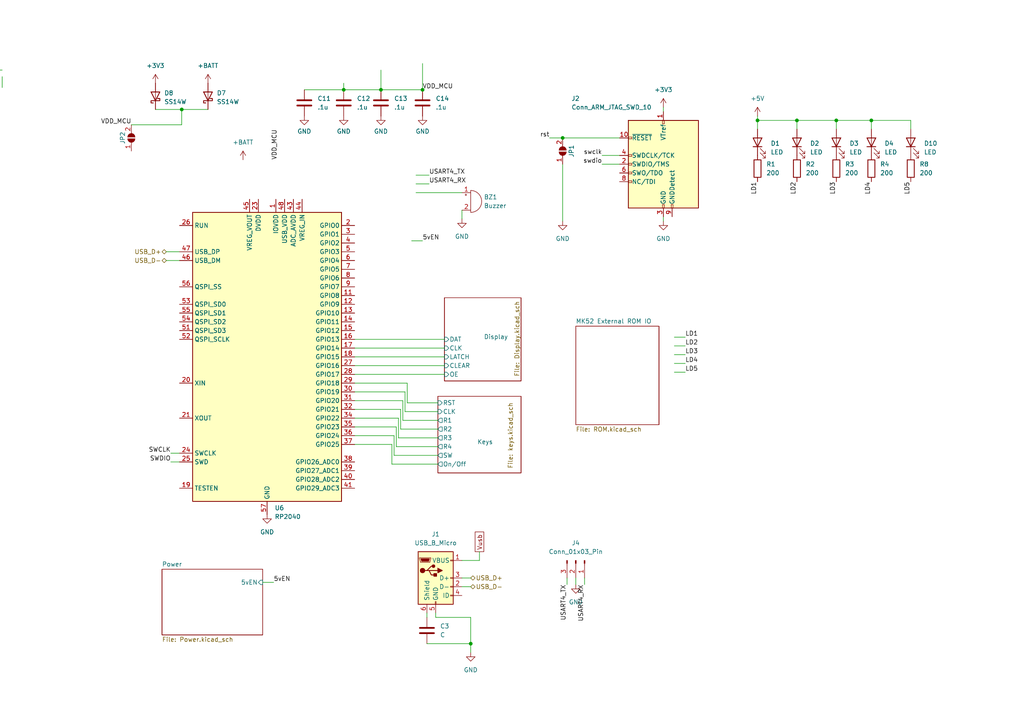
<source format=kicad_sch>
(kicad_sch (version 20230121) (generator eeschema)
  (paper "A4")
  (lib_symbols
    (symbol "Connector:Conn_01x03_Pin" (pin_names (offset 1.016) hide)
      (property "Reference" "J" (at 0 5.08 0))
      (property "Value" "Conn_01x03_Pin" (at 0 -5.08 0))
      (symbol "Conn_01x03_Pin_1_1"
        (polyline (pts (xy 1.27 -2.54) (xy 0.8636 -2.54)) (stroke (width 0.1524)))
        (polyline (pts (xy 1.27 0) (xy 0.8636 0)) (stroke (width 0.1524)))
        (polyline (pts (xy 1.27 2.54) (xy 0.8636 2.54)) (stroke (width 0.1524)))
        (rectangle (start 0.8636 -2.413) (end 0 -2.667) (stroke (width 0.1524)) (fill (type outline)))
        (rectangle (start 0.8636 0.127) (end 0 -0.127) (stroke (width 0.1524)) (fill (type outline)))
        (rectangle (start 0.8636 2.667) (end 0 2.413) (stroke (width 0.1524)) (fill (type outline)))
        (pin passive line (at 5.08 2.54 180) (length 3.81) (name "Pin_1") (number "1"))
        (pin passive line (at 5.08 0 180) (length 3.81) (name "Pin_2") (number "2"))
        (pin passive line (at 5.08 -2.54 180) (length 3.81) (name "Pin_3") (number "3"))
      )
    )
    (symbol "Connector:Conn_ARM_JTAG_SWD_10" (pin_names (offset 1.016))
      (property "Reference" "J" (at -2.54 16.51 0))
      (property "Value" "Conn_ARM_JTAG_SWD_10" (at -2.54 13.97 0))
      (symbol "Conn_ARM_JTAG_SWD_10_0_1"
        (rectangle (start -10.16 12.7) (end 10.16 -12.7) (stroke (width 0.254)) (fill (type background)))
        (rectangle (start -2.794 -12.7) (end -2.286 -11.684))
        (rectangle (start -0.254 -12.7) (end 0.254 -11.684))
        (rectangle (start -0.254 12.7) (end 0.254 11.684))
        (rectangle (start 9.144 2.286) (end 10.16 2.794))
        (rectangle (start 10.16 -2.794) (end 9.144 -2.286))
        (rectangle (start 10.16 -0.254) (end 9.144 0.254))
        (rectangle (start 10.16 7.874) (end 9.144 7.366))
      )
      (symbol "Conn_ARM_JTAG_SWD_10_1_1"
        (rectangle (start 9.144 -5.334) (end 10.16 -4.826))
        (pin power_in line (at 0 15.24 270) (length 2.54) (name "VTref") (number "1"))
        (pin open_collector line (at 12.7 7.62 180) (length 2.54) (name "~{RESET}") (number "10"))
        (pin bidirectional line (at 12.7 0 180) (length 2.54) (name "SWDIO/TMS") (number "2"))
        (pin power_in line (at 0 -15.24 90) (length 2.54) (name "GND") (number "3"))
        (pin output line (at 12.7 2.54 180) (length 2.54) (name "SWDCLK/TCK") (number "4"))
        (pin passive line (at 0 -15.24 90) (length 2.54) hide (name "GND") (number "5"))
        (pin input line (at 12.7 -2.54 180) (length 2.54) (name "SWO/TDO") (number "6"))
        (pin no_connect line (at -10.16 0 0) (length 2.54) hide (name "KEY") (number "7"))
        (pin output line (at 12.7 -5.08 180) (length 2.54) (name "NC/TDI") (number "8"))
        (pin passive line (at -2.54 -15.24 90) (length 2.54) (name "GNDDetect") (number "9"))
      )
    )
    (symbol "Connector:USB_B_Micro" (pin_names (offset 1.016))
      (property "Reference" "J" (at -5.08 11.43 0))
      (property "Value" "USB_B_Micro" (at -5.08 8.89 0))
      (symbol "USB_B_Micro_0_1"
        (rectangle (start -5.08 -7.62) (end 5.08 7.62) (stroke (width 0.254)) (fill (type background)))
        (circle (center -3.81 2.159) (radius 0.635) (stroke (width 0.254)) (fill (type outline)))
        (circle (center -0.635 3.429) (radius 0.381) (stroke (width 0.254)) (fill (type outline)))
        (rectangle (start -0.127 -7.62) (end 0.127 -6.858))
        (polyline (pts (xy -1.905 2.159) (xy 0.635 2.159)) (stroke (width 0.254)))
        (polyline (pts (xy -3.175 2.159) (xy -2.54 2.159) (xy -1.27 3.429) (xy -0.635 3.429)) (stroke (width 0.254)))
        (polyline (pts (xy -2.54 2.159) (xy -1.905 2.159) (xy -1.27 0.889) (xy 0 0.889)) (stroke (width 0.254)))
        (polyline (pts (xy 0.635 2.794) (xy 0.635 1.524) (xy 1.905 2.159) (xy 0.635 2.794)) (stroke (width 0.254)) (fill (type outline)))
        (polyline (pts (xy -4.318 5.588) (xy -1.778 5.588) (xy -2.032 4.826) (xy -4.064 4.826) (xy -4.318 5.588)) (fill (type outline)))
        (polyline (pts (xy -4.699 5.842) (xy -4.699 5.588) (xy -4.445 4.826) (xy -4.445 4.572) (xy -1.651 4.572) (xy -1.651 4.826) (xy -1.397 5.588) (xy -1.397 5.842) (xy -4.699 5.842)))
        (rectangle (start 0.254 1.27) (end -0.508 0.508) (stroke (width 0.254)) (fill (type outline)))
        (rectangle (start 5.08 -5.207) (end 4.318 -4.953))
        (rectangle (start 5.08 -2.667) (end 4.318 -2.413))
        (rectangle (start 5.08 -0.127) (end 4.318 0.127))
        (rectangle (start 5.08 4.953) (end 4.318 5.207))
      )
      (symbol "USB_B_Micro_1_1"
        (pin power_out line (at 7.62 5.08 180) (length 2.54) (name "VBUS") (number "1"))
        (pin bidirectional line (at 7.62 -2.54 180) (length 2.54) (name "D-") (number "2"))
        (pin bidirectional line (at 7.62 0 180) (length 2.54) (name "D+") (number "3"))
        (pin passive line (at 7.62 -5.08 180) (length 2.54) (name "ID") (number "4"))
        (pin power_out line (at 0 -10.16 90) (length 2.54) (name "GND") (number "5"))
        (pin passive line (at -2.54 -10.16 90) (length 2.54) (name "Shield") (number "6"))
      )
    )
    (symbol "Device:Buzzer" (pin_names (offset 0.0254) hide)
      (property "Reference" "BZ" (at 3.81 1.27 0))
      (property "Value" "Buzzer" (at 3.81 -1.27 0))
      (symbol "Buzzer_0_1"
        (arc (start 0 -3.175) (mid 3.1612 0) (end 0 3.175))
        (polyline (pts (xy -1.651 1.905) (xy -1.143 1.905)))
        (polyline (pts (xy -1.397 2.159) (xy -1.397 1.651)))
        (polyline (pts (xy 0 3.175) (xy 0 -3.175)))
      )
      (symbol "Buzzer_1_1"
        (pin passive line (at -2.54 2.54 0) (length 2.54) (name "-") (number "1"))
        (pin passive line (at -2.54 -2.54 0) (length 2.54) (name "+") (number "2"))
      )
    )
    (symbol "Device:C" (pin_numbers hide) (pin_names (offset 0.254))
      (property "Reference" "C" (at 0.635 2.54 0))
      (property "Value" "C" (at 0.635 -2.54 0))
      (symbol "C_0_1"
        (polyline (pts (xy -2.032 -0.762) (xy 2.032 -0.762)) (stroke (width 0.508)))
        (polyline (pts (xy -2.032 0.762) (xy 2.032 0.762)) (stroke (width 0.508)))
      )
      (symbol "C_1_1"
        (pin passive line (at 0 3.81 270) (length 2.794) (name "~") (number "1"))
        (pin passive line (at 0 -3.81 90) (length 2.794) (name "~") (number "2"))
      )
    )
    (symbol "Device:D_Schottky" (pin_numbers hide) (pin_names (offset 1.016) hide)
      (property "Reference" "D" (at 0 2.54 0))
      (property "Value" "D_Schottky" (at 0 -2.54 0))
      (symbol "D_Schottky_0_1"
        (polyline (pts (xy 1.27 0) (xy -1.27 0)))
        (polyline (pts (xy 1.27 1.27) (xy 1.27 -1.27) (xy -1.27 0) (xy 1.27 1.27)) (stroke (width 0.254)))
        (polyline (pts (xy -1.905 0.635) (xy -1.905 1.27) (xy -1.27 1.27) (xy -1.27 -1.27) (xy -0.635 -1.27) (xy -0.635 -0.635)) (stroke (width 0.254)))
      )
      (symbol "D_Schottky_1_1"
        (pin passive line (at -3.81 0 0) (length 2.54) (name "K") (number "1"))
        (pin passive line (at 3.81 0 180) (length 2.54) (name "A") (number "2"))
      )
    )
    (symbol "Device:LED" (pin_numbers hide) (pin_names (offset 1.016) hide)
      (property "Reference" "D" (at 0 2.54 0))
      (property "Value" "LED" (at 0 -2.54 0))
      (symbol "LED_0_1"
        (polyline (pts (xy -1.27 -1.27) (xy -1.27 1.27)) (stroke (width 0.254)))
        (polyline (pts (xy -1.27 0) (xy 1.27 0)))
        (polyline (pts (xy 1.27 -1.27) (xy 1.27 1.27) (xy -1.27 0) (xy 1.27 -1.27)) (stroke (width 0.254)))
        (polyline (pts (xy -3.048 -0.762) (xy -4.572 -2.286) (xy -3.81 -2.286) (xy -4.572 -2.286) (xy -4.572 -1.524)))
        (polyline (pts (xy -1.778 -0.762) (xy -3.302 -2.286) (xy -2.54 -2.286) (xy -3.302 -2.286) (xy -3.302 -1.524)))
      )
      (symbol "LED_1_1"
        (pin passive line (at -3.81 0 0) (length 2.54) (name "K") (number "1"))
        (pin passive line (at 3.81 0 180) (length 2.54) (name "A") (number "2"))
      )
    )
    (symbol "Device:R" (pin_numbers hide) (pin_names (offset 0))
      (property "Reference" "R" (at 2.032 0 90))
      (property "Value" "R" (at 0 0 90))
      (symbol "R_0_1"
        (rectangle (start -1.016 -2.54) (end 1.016 2.54) (stroke (width 0.254)))
      )
      (symbol "R_1_1"
        (pin passive line (at 0 3.81 270) (length 1.27) (name "~") (number "1"))
        (pin passive line (at 0 -3.81 90) (length 1.27) (name "~") (number "2"))
      )
    )
    (symbol "GND_3" (power) (pin_names (offset 0))
      (property "Value" "GND_3" (at 0 -3.81 0))
      (symbol "GND_3_0_1"
        (polyline (pts (xy 0 0) (xy 0 -1.27) (xy 1.27 -1.27) (xy 0 -2.54) (xy -1.27 -1.27) (xy 0 -1.27)))
      )
      (symbol "GND_3_1_1"
        (pin power_in line (at 0 0 270) (length 0) hide (name "GND") (number "1"))
      )
    )
    (symbol "Jumper:SolderJumper_2_Open" (pin_names (offset 0) hide)
      (property "Reference" "JP" (at 0 2.032 0))
      (property "Value" "SolderJumper_2_Open" (at 0 -2.54 0))
      (symbol "SolderJumper_2_Open_0_1"
        (arc (start -0.254 1.016) (mid -1.2656 0) (end -0.254 -1.016))
        (arc (start -0.254 1.016) (mid -1.2656 0) (end -0.254 -1.016) (fill (type outline)))
        (polyline (pts (xy -0.254 1.016) (xy -0.254 -1.016)))
        (polyline (pts (xy 0.254 1.016) (xy 0.254 -1.016)))
        (arc (start 0.254 -1.016) (mid 1.2656 0) (end 0.254 1.016))
        (arc (start 0.254 -1.016) (mid 1.2656 0) (end 0.254 1.016) (fill (type outline)))
      )
      (symbol "SolderJumper_2_Open_1_1"
        (pin passive line (at -3.81 0 0) (length 2.54) (name "A") (number "1"))
        (pin passive line (at 3.81 0 180) (length 2.54) (name "B") (number "2"))
      )
    )
    (symbol "MCU_RaspberryPi:RP2040"
      (property "Reference" "U" (at 17.78 45.72 0))
      (property "Value" "RP2040" (at 17.78 43.18 0))
      (symbol "RP2040_0_1"
        (rectangle (start -21.59 41.91) (end 21.59 -41.91) (stroke (width 0.254)) (fill (type background)))
      )
      (symbol "RP2040_1_1"
        (pin power_in line (at 2.54 45.72 270) (length 3.81) (name "IOVDD") (number "1"))
        (pin passive line (at 2.54 45.72 270) (length 3.81) hide (name "IOVDD") (number "10"))
        (pin bidirectional line (at 25.4 17.78 180) (length 3.81) (name "GPIO8") (number "11"))
        (pin bidirectional line (at 25.4 15.24 180) (length 3.81) (name "GPIO9") (number "12"))
        (pin bidirectional line (at 25.4 12.7 180) (length 3.81) (name "GPIO10") (number "13"))
        (pin bidirectional line (at 25.4 10.16 180) (length 3.81) (name "GPIO11") (number "14"))
        (pin bidirectional line (at 25.4 7.62 180) (length 3.81) (name "GPIO12") (number "15"))
        (pin bidirectional line (at 25.4 5.08 180) (length 3.81) (name "GPIO13") (number "16"))
        (pin bidirectional line (at 25.4 2.54 180) (length 3.81) (name "GPIO14") (number "17"))
        (pin bidirectional line (at 25.4 0 180) (length 3.81) (name "GPIO15") (number "18"))
        (pin input line (at -25.4 -38.1 0) (length 3.81) (name "TESTEN") (number "19"))
        (pin bidirectional line (at 25.4 38.1 180) (length 3.81) (name "GPIO0") (number "2"))
        (pin input line (at -25.4 -7.62 0) (length 3.81) (name "XIN") (number "20"))
        (pin passive line (at -25.4 -17.78 0) (length 3.81) (name "XOUT") (number "21"))
        (pin passive line (at 2.54 45.72 270) (length 3.81) hide (name "IOVDD") (number "22"))
        (pin power_in line (at -2.54 45.72 270) (length 3.81) (name "DVDD") (number "23"))
        (pin input line (at -25.4 -27.94 0) (length 3.81) (name "SWCLK") (number "24"))
        (pin bidirectional line (at -25.4 -30.48 0) (length 3.81) (name "SWD") (number "25"))
        (pin input line (at -25.4 38.1 0) (length 3.81) (name "RUN") (number "26"))
        (pin bidirectional line (at 25.4 -2.54 180) (length 3.81) (name "GPIO16") (number "27"))
        (pin bidirectional line (at 25.4 -5.08 180) (length 3.81) (name "GPIO17") (number "28"))
        (pin bidirectional line (at 25.4 -7.62 180) (length 3.81) (name "GPIO18") (number "29"))
        (pin bidirectional line (at 25.4 35.56 180) (length 3.81) (name "GPIO1") (number "3"))
        (pin bidirectional line (at 25.4 -10.16 180) (length 3.81) (name "GPIO19") (number "30"))
        (pin bidirectional line (at 25.4 -12.7 180) (length 3.81) (name "GPIO20") (number "31"))
        (pin bidirectional line (at 25.4 -15.24 180) (length 3.81) (name "GPIO21") (number "32"))
        (pin passive line (at 2.54 45.72 270) (length 3.81) hide (name "IOVDD") (number "33"))
        (pin bidirectional line (at 25.4 -17.78 180) (length 3.81) (name "GPIO22") (number "34"))
        (pin bidirectional line (at 25.4 -20.32 180) (length 3.81) (name "GPIO23") (number "35"))
        (pin bidirectional line (at 25.4 -22.86 180) (length 3.81) (name "GPIO24") (number "36"))
        (pin bidirectional line (at 25.4 -25.4 180) (length 3.81) (name "GPIO25") (number "37"))
        (pin bidirectional line (at 25.4 -30.48 180) (length 3.81) (name "GPIO26_ADC0") (number "38"))
        (pin bidirectional line (at 25.4 -33.02 180) (length 3.81) (name "GPIO27_ADC1") (number "39"))
        (pin bidirectional line (at 25.4 33.02 180) (length 3.81) (name "GPIO2") (number "4"))
        (pin bidirectional line (at 25.4 -35.56 180) (length 3.81) (name "GPIO28_ADC2") (number "40"))
        (pin bidirectional line (at 25.4 -38.1 180) (length 3.81) (name "GPIO29_ADC3") (number "41"))
        (pin passive line (at 2.54 45.72 270) (length 3.81) hide (name "IOVDD") (number "42"))
        (pin power_in line (at 7.62 45.72 270) (length 3.81) (name "ADC_AVDD") (number "43"))
        (pin power_in line (at 10.16 45.72 270) (length 3.81) (name "VREG_IN") (number "44"))
        (pin power_out line (at -5.08 45.72 270) (length 3.81) (name "VREG_VOUT") (number "45"))
        (pin bidirectional line (at -25.4 27.94 0) (length 3.81) (name "USB_DM") (number "46"))
        (pin bidirectional line (at -25.4 30.48 0) (length 3.81) (name "USB_DP") (number "47"))
        (pin power_in line (at 5.08 45.72 270) (length 3.81) (name "USB_VDD") (number "48"))
        (pin passive line (at 2.54 45.72 270) (length 3.81) hide (name "IOVDD") (number "49"))
        (pin bidirectional line (at 25.4 30.48 180) (length 3.81) (name "GPIO3") (number "5"))
        (pin passive line (at -2.54 45.72 270) (length 3.81) hide (name "DVDD") (number "50"))
        (pin bidirectional line (at -25.4 7.62 0) (length 3.81) (name "QSPI_SD3") (number "51"))
        (pin output line (at -25.4 5.08 0) (length 3.81) (name "QSPI_SCLK") (number "52"))
        (pin bidirectional line (at -25.4 15.24 0) (length 3.81) (name "QSPI_SD0") (number "53"))
        (pin bidirectional line (at -25.4 10.16 0) (length 3.81) (name "QSPI_SD2") (number "54"))
        (pin bidirectional line (at -25.4 12.7 0) (length 3.81) (name "QSPI_SD1") (number "55"))
        (pin bidirectional line (at -25.4 20.32 0) (length 3.81) (name "QSPI_SS") (number "56"))
        (pin power_in line (at 0 -45.72 90) (length 3.81) (name "GND") (number "57"))
        (pin bidirectional line (at 25.4 27.94 180) (length 3.81) (name "GPIO4") (number "6"))
        (pin bidirectional line (at 25.4 25.4 180) (length 3.81) (name "GPIO5") (number "7"))
        (pin bidirectional line (at 25.4 22.86 180) (length 3.81) (name "GPIO6") (number "8"))
        (pin bidirectional line (at 25.4 20.32 180) (length 3.81) (name "GPIO7") (number "9"))
      )
    )
    (symbol "power:+3V3" (power) (pin_names (offset 0))
      (property "Value" "+3V3" (at 0 3.556 0))
      (symbol "+3V3_0_1"
        (polyline (pts (xy -0.762 1.27) (xy 0 2.54)))
        (polyline (pts (xy 0 0) (xy 0 2.54)))
        (polyline (pts (xy 0 2.54) (xy 0.762 1.27)))
      )
      (symbol "+3V3_1_1"
        (pin power_in line (at 0 0 90) (length 0) hide (name "+3V3") (number "1"))
      )
    )
    (symbol "power:+5V" (power) (pin_names (offset 0))
      (property "Value" "+5V" (at 0 3.556 0))
      (symbol "+5V_0_1"
        (polyline (pts (xy -0.762 1.27) (xy 0 2.54)))
        (polyline (pts (xy 0 0) (xy 0 2.54)))
        (polyline (pts (xy 0 2.54) (xy 0.762 1.27)))
      )
      (symbol "+5V_1_1"
        (pin power_in line (at 0 0 90) (length 0) hide (name "+5V") (number "1"))
      )
    )
    (symbol "power:+BATT" (power) (pin_names (offset 0))
      (property "Value" "+BATT" (at 0 3.556 0))
      (symbol "+BATT_0_1"
        (polyline (pts (xy -0.762 1.27) (xy 0 2.54)))
        (polyline (pts (xy 0 0) (xy 0 2.54)))
        (polyline (pts (xy 0 2.54) (xy 0.762 1.27)))
      )
      (symbol "+BATT_1_1"
        (pin power_in line (at 0 0 90) (length 0) hide (name "+BATT") (number "1"))
      )
    )
    (symbol "power:GND" (power) (pin_names (offset 0))
      (property "Value" "GND" (at 0 -3.81 0))
      (symbol "GND_0_1"
        (polyline (pts (xy 0 0) (xy 0 -1.27) (xy 1.27 -1.27) (xy 0 -2.54) (xy -1.27 -1.27) (xy 0 -1.27)))
      )
      (symbol "GND_1_1"
        (pin power_in line (at 0 0 270) (length 0) hide (name "GND") (number "1"))
      )
    )
  )
  (junction (at 99.695 26.035))
  (junction (at 231.14 34.925))
  (junction (at 52.705 31.75))
  (junction (at 252.73 34.925))
  (junction (at 219.71 34.925))
  (junction (at 110.49 26.035))
  (junction (at 136.525 186.69))
  (junction (at 242.57 34.925))
  (junction (at 163.195 40.005))
  (junction (at 122.555 26.035))
  (wire (pts (xy 114.935 123.825) (xy 102.87 123.825)))
  (wire (pts (xy 102.87 103.505) (xy 128.905 103.505)))
  (wire (pts (xy 123.825 177.8) (xy 123.825 179.07)))
  (wire (pts (xy 113.665 134.62) (xy 113.665 128.905)))
  (wire (pts (xy 231.14 34.925) (xy 242.57 34.925)))
  (wire (pts (xy 117.475 119.38) (xy 127 119.38)))
  (wire (pts (xy 102.87 108.585) (xy 128.905 108.585)))
  (wire (pts (xy 164.465 167.64) (xy 164.465 169.545)))
  (wire (pts (xy 118.11 116.84) (xy 127 116.84)))
  (wire (pts (xy 110.49 20.32) (xy 110.49 26.035)))
  (wire (pts (xy 179.705 47.625) (xy 174.625 47.625)))
  (wire (pts (xy 102.87 100.965) (xy 128.905 100.965)))
  (wire (pts (xy 219.71 33.655) (xy 219.71 34.925)))
  (wire (pts (xy 163.195 47.625) (xy 163.195 64.135)))
  (wire (pts (xy 123.825 186.69) (xy 136.525 186.69)))
  (wire (pts (xy 192.405 32.385) (xy 192.405 31.115)))
  (wire (pts (xy 195.58 102.87) (xy 198.755 102.87)))
  (wire (pts (xy 136.525 186.69) (xy 136.525 189.23)))
  (wire (pts (xy 116.84 116.205) (xy 102.87 116.205)))
  (wire (pts (xy 124.46 50.8) (xy 120.65 50.8)))
  (wire (pts (xy 231.14 34.925) (xy 219.71 34.925)))
  (wire (pts (xy 118.11 111.125) (xy 102.87 111.125)))
  (wire (pts (xy 122.555 26.035) (xy 122.555 18.415)))
  (wire (pts (xy 124.46 53.34) (xy 120.65 53.34)))
  (wire (pts (xy 136.525 179.07) (xy 126.365 179.07)))
  (wire (pts (xy 116.84 121.92) (xy 127 121.92)))
  (wire (pts (xy 133.985 167.64) (xy 136.525 167.64)))
  (wire (pts (xy 195.58 107.95) (xy 198.755 107.95)))
  (wire (pts (xy 52.07 73.025) (xy 48.26 73.025)))
  (wire (pts (xy 167.005 167.64) (xy 167.005 169.545)))
  (wire (pts (xy 102.87 106.045) (xy 128.905 106.045)))
  (wire (pts (xy 114.3 132.08) (xy 127 132.08)))
  (wire (pts (xy 252.73 37.465) (xy 252.73 34.925)))
  (wire (pts (xy 52.07 75.565) (xy 48.26 75.565)))
  (wire (pts (xy 117.475 113.665) (xy 102.87 113.665)))
  (wire (pts (xy 88.265 26.035) (xy 99.695 26.035)))
  (wire (pts (xy 195.58 105.41) (xy 198.755 105.41)))
  (wire (pts (xy 136.525 179.07) (xy 136.525 186.69)))
  (wire (pts (xy 242.57 34.925) (xy 252.73 34.925)))
  (wire (pts (xy 126.365 179.07) (xy 126.365 177.8)))
  (wire (pts (xy 231.14 37.465) (xy 231.14 34.925)))
  (wire (pts (xy 195.58 97.79) (xy 198.755 97.79)))
  (wire (pts (xy 116.205 118.745) (xy 102.87 118.745)))
  (wire (pts (xy 179.705 45.085) (xy 174.625 45.085)))
  (wire (pts (xy 38.1 36.195) (xy 52.705 36.195)))
  (wire (pts (xy 264.16 37.465) (xy 264.16 34.925)))
  (wire (pts (xy 219.71 34.925) (xy 219.71 37.465)))
  (wire (pts (xy 120.65 55.88) (xy 133.985 55.88)))
  (wire (pts (xy 52.705 31.75) (xy 60.325 31.75)))
  (wire (pts (xy 116.205 124.46) (xy 127 124.46)))
  (wire (pts (xy 139.065 160.02) (xy 139.065 162.56)))
  (wire (pts (xy 192.405 62.865) (xy 192.405 64.135)))
  (wire (pts (xy 113.665 134.62) (xy 127 134.62)))
  (wire (pts (xy 0.635 22.225) (xy 0.635 25.4)))
  (wire (pts (xy 139.065 162.56) (xy 133.985 162.56)))
  (wire (pts (xy 115.57 127) (xy 115.57 121.285)))
  (wire (pts (xy 114.3 132.08) (xy 114.3 126.365)))
  (wire (pts (xy 179.705 40.005) (xy 163.195 40.005)))
  (wire (pts (xy 114.935 129.54) (xy 127 129.54)))
  (wire (pts (xy 99.695 26.035) (xy 110.49 26.035)))
  (wire (pts (xy 133.985 60.96) (xy 133.985 63.5)))
  (wire (pts (xy 195.58 100.33) (xy 198.755 100.33)))
  (wire (pts (xy 76.2 168.91) (xy 79.375 168.91)))
  (wire (pts (xy 133.985 170.18) (xy 136.525 170.18)))
  (wire (pts (xy 242.57 34.925) (xy 242.57 37.465)))
  (wire (pts (xy 115.57 121.285) (xy 102.87 121.285)))
  (wire (pts (xy 252.73 34.925) (xy 264.16 34.925)))
  (wire (pts (xy -3.175 20.32) (xy 0.635 20.32)))
  (wire (pts (xy 119.38 69.85) (xy 122.555 69.85)))
  (wire (pts (xy 113.665 128.905) (xy 102.87 128.905)))
  (wire (pts (xy 117.475 119.38) (xy 117.475 113.665)))
  (wire (pts (xy 45.085 31.75) (xy 52.705 31.75)))
  (wire (pts (xy 52.705 31.75) (xy 52.705 36.195)))
  (wire (pts (xy 99.695 24.13) (xy 99.695 26.035)))
  (wire (pts (xy 114.3 126.365) (xy 102.87 126.365)))
  (wire (pts (xy 114.935 129.54) (xy 114.935 123.825)))
  (wire (pts (xy 163.195 40.005) (xy 159.385 40.005)))
  (wire (pts (xy 110.49 26.035) (xy 122.555 26.035)))
  (wire (pts (xy 118.11 116.84) (xy 118.11 111.125)))
  (wire (pts (xy 52.07 133.985) (xy 49.53 133.985)))
  (wire (pts (xy 115.57 127) (xy 127 127)))
  (wire (pts (xy 52.07 131.445) (xy 49.53 131.445)))
  (wire (pts (xy 116.84 121.92) (xy 116.84 116.205)))
  (wire (pts (xy 102.87 98.425) (xy 128.905 98.425)))
  (wire (pts (xy 169.545 167.64) (xy 169.545 169.545)))
  (wire (pts (xy 116.205 124.46) (xy 116.205 118.745)))
  (label "SWCLK" (at 49.53 131.445 180))
  (label "USART4_TX" (at 124.46 50.8 0))
  (label "LD4" (at 252.73 52.705 270))
  (label "5vEN" (at 79.375 168.91 0))
  (label "swdio" (at 174.625 47.625 180))
  (label "swclk" (at 174.625 45.085 180))
  (label "VDD_MCU" (at 38.1 36.195 180))
  (label "VDD_MCU" (at 122.555 26.035 0))
  (label "USART4_TX" (at 164.465 169.545 270))
  (label "LD5" (at 264.16 52.705 270))
  (label "rst" (at 159.385 40.005 180))
  (label "VDD_MCU" (at 80.645 46.355 90))
  (label "SWDIO" (at 49.53 133.985 180))
  (label "LD2" (at 198.755 100.33 0))
  (label "LD5" (at 198.755 107.95 0))
  (label "LD3" (at 198.755 102.87 0))
  (label "rst" (at -3.175 20.32 180))
  (label "LD3" (at 242.57 52.705 270))
  (label "USART4_RX" (at 169.545 169.545 270))
  (label "5vEN" (at 122.555 69.85 0))
  (label "LD2" (at 231.14 52.705 270))
  (label "LD1" (at 198.755 97.79 0))
  (label "USART4_RX" (at 124.46 53.34 0))
  (label "LD4" (at 198.755 105.41 0))
  (label "LD1" (at 219.71 52.705 270))
  (global_label "Vusb" (shape passive) (at 139.065 160.02 90) (property "Intersheetrefs" "${INTERSHEET_REFS}" (effects hide)))
  (hierarchical_label "USB_D-" (shape bidirectional) (at 48.26 75.565 180))
  (hierarchical_label "USB_D-" (shape bidirectional) (at 136.525 170.18 0))
  (hierarchical_label "USB_D+" (shape bidirectional) (at 48.26 73.025 180))
  (hierarchical_label "USB_D+" (shape bidirectional) (at 136.525 167.64 0))
  (symbol (lib_id "power:GND") (at 167.005 169.545 0) (unit 1)
    (property "Reference" "#PWR043" (effects hide))
    (property "Value" "GND" (at 167.005 174.625 0))
  )
  (symbol (lib_id "power:+3V3") (at 192.405 31.115 0) (mirror y) (unit 1)
    (property "Reference" "#PWR025" (effects hide))
    (property "Value" "+3V3" (at 192.405 26.035 0))
  )
  (symbol (lib_id "power:+BATT") (at 70.485 46.355 0) (unit 1)
    (property "Reference" "#PWR024" (effects hide))
    (property "Value" "+BATT" (at 70.485 41.275 0))
  )
  (symbol (lib_id "Connector:Conn_01x03_Pin") (at 167.005 162.56 270) (unit 1)
    (property "Reference" "J4" (at 167.005 157.48 90))
    (property "Value" "Conn_01x03_Pin" (at 167.005 160.02 90))
    (property "Footprint" "Connector_PinHeader_1.27mm:PinHeader_1x03_P1.27mm_Vertical_SMD_Pin1Left" (effects hide))
  )
  (symbol (lib_id "Connector:Conn_ARM_JTAG_SWD_10") (at 192.405 47.625 0) (mirror y) (unit 1)
    (property "Reference" "J2" (at 165.735 28.575 0) (effects (justify right)))
    (property "Value" "Conn_ARM_JTAG_SWD_10" (at 165.735 31.115 0) (effects (justify right)))
    (property "Footprint" "Connector_PinHeader_1.27mm:PinHeader_2x05_P1.27mm_Vertical" (effects hide))
    (property "Datasheet" "http://infocenter.arm.com/help/topic/com.arm.doc.ddi0314h/DDI0314H_coresight_components_trm.pdf" (effects hide))
  )
  (symbol (lib_id "power:GND") (at 99.695 33.655 0) (unit 1)
    (property "Reference" "#PWR040" (effects hide))
    (property "Value" "GND" (at 99.695 38.1 0))
  )
  (symbol (lib_id "Device:LED") (at 242.57 41.275 90) (unit 1)
    (property "Reference" "D3" (at 246.38 41.5925 90) (effects (justify right)))
    (property "Value" "LED" (at 246.38 44.1325 90) (effects (justify right)))
    (property "Footprint" "LED_SMD:LED_0805_2012Metric_Pad1.15x1.40mm_HandSolder" (effects hide))
  )
  (symbol (lib_name "GND_3") (lib_id "power:GND") (at 163.195 64.135 0) (mirror y) (unit 1)
    (property "Reference" "#PWR027" (effects hide))
    (property "Value" "GND" (at 163.195 69.215 0))
  )
  (symbol (lib_id "Jumper:SolderJumper_2_Open") (at 38.1 40.005 90) (unit 1)
    (property "Reference" "JP2" (at 35.56 40.005 0))
    (property "Value" "SolderJumper_2_Open" (effects hide))
    (property "Footprint" "Jumper:SolderJumper-2_P1.3mm_Open_Pad1.0x1.5mm" (effects hide))
  )
  (symbol (lib_id "Device:D_Schottky") (at 60.325 27.94 90) (unit 1)
    (property "Reference" "D7" (at 62.865 26.9875 90) (effects (justify right)))
    (property "Value" "SS14W" (at 62.865 29.5275 90) (effects (justify right)))
    (property "Footprint" "Diode_SMD:D_SMA-SMB_Universal_Handsoldering" (effects hide))
  )
  (symbol (lib_id "power:GND") (at 77.47 149.225 0) (unit 1)
    (property "Reference" "#PWR015" (effects hide))
    (property "Value" "GND" (at 77.47 154.305 0))
  )
  (symbol (lib_id "power:GND") (at 110.49 33.655 0) (unit 1)
    (property "Reference" "#PWR041" (effects hide))
    (property "Value" "GND" (at 110.49 38.1 0))
  )
  (symbol (lib_id "Device:LED") (at 252.73 41.275 90) (unit 1)
    (property "Reference" "D4" (at 256.54 41.5925 90) (effects (justify right)))
    (property "Value" "LED" (at 256.54 44.1325 90) (effects (justify right)))
    (property "Footprint" "LED_SMD:LED_0805_2012Metric_Pad1.15x1.40mm_HandSolder" (effects hide))
  )
  (symbol (lib_id "Device:R") (at 231.14 48.895 0) (unit 1)
    (property "Reference" "R2" (at 233.68 47.625 0) (effects (justify left)))
    (property "Value" "200" (at 233.68 50.165 0) (effects (justify left)))
    (property "Footprint" "Resistor_SMD:R_0603_1608Metric_Pad0.98x0.95mm_HandSolder" (effects hide))
  )
  (symbol (lib_id "Device:C") (at 110.49 29.845 180) (unit 1)
    (property "Reference" "C13" (at 114.3 28.5749 0) (effects (justify right)))
    (property "Value" ".1u" (at 114.3 31.1149 0) (effects (justify right)))
    (property "Footprint" "Capacitor_SMD:C_0603_1608Metric_Pad1.08x0.95mm_HandSolder" (effects hide))
  )
  (symbol (lib_id "Device:C") (at 88.265 29.845 180) (unit 1)
    (property "Reference" "C11" (at 92.075 28.5749 0) (effects (justify right)))
    (property "Value" ".1u" (at 92.075 31.1149 0) (effects (justify right)))
    (property "Footprint" "Capacitor_SMD:C_0603_1608Metric_Pad1.08x0.95mm_HandSolder" (effects hide))
  )
  (symbol (lib_id "Device:C") (at 99.695 29.845 180) (unit 1)
    (property "Reference" "C12" (at 103.505 28.5749 0) (effects (justify right)))
    (property "Value" ".1u" (at 103.505 31.1149 0) (effects (justify right)))
    (property "Footprint" "Capacitor_SMD:C_0603_1608Metric_Pad1.08x0.95mm_HandSolder" (effects hide))
  )
  (symbol (lib_id "MCU_RaspberryPi:RP2040") (at 77.47 103.505 0) (unit 1)
    (property "Reference" "U6" (at 79.6641 147.32 0) (effects (justify left)))
    (property "Value" "RP2040" (at 79.6641 149.86 0) (effects (justify left)))
    (property "Footprint" "Package_DFN_QFN:QFN-56-1EP_7x7mm_P0.4mm_EP3.2x3.2mm" (effects hide))
    (property "Datasheet" "https://datasheets.raspberrypi.com/rp2040/rp2040-datasheet.pdf" (effects hide))
  )
  (symbol (lib_id "Device:D_Schottky") (at 45.085 27.94 90) (unit 1)
    (property "Reference" "D8" (at 47.625 26.9875 90) (effects (justify right)))
    (property "Value" "SS14W" (at 47.625 29.5275 90) (effects (justify right)))
    (property "Footprint" "Diode_SMD:D_SMA-SMB_Universal_Handsoldering" (effects hide))
  )
  (symbol (lib_id "power:+3V3") (at 45.085 24.13 0) (unit 1)
    (property "Reference" "#PWR022" (effects hide))
    (property "Value" "+3V3" (at 45.085 19.05 0))
  )
  (symbol (lib_id "Connector:USB_B_Micro") (at 126.365 167.64 0) (unit 1)
    (property "Reference" "J1" (at 126.365 154.94 0))
    (property "Value" "USB_B_Micro" (at 126.365 157.48 0))
    (property "Footprint" "Connector_USB:USB_Micro-B_Amphenol_10104110_Horizontal" (effects hide))
  )
  (symbol (lib_id "Device:R") (at 219.71 48.895 0) (unit 1)
    (property "Reference" "R1" (at 222.25 47.625 0) (effects (justify left)))
    (property "Value" "200" (at 222.25 50.165 0) (effects (justify left)))
    (property "Footprint" "Resistor_SMD:R_0603_1608Metric_Pad0.98x0.95mm_HandSolder" (effects hide))
  )
  (symbol (lib_id "power:GND") (at 133.985 63.5 0) (unit 1)
    (property "Reference" "#PWR010" (effects hide))
    (property "Value" "GND" (at 133.985 68.58 0))
  )
  (symbol (lib_id "Device:Buzzer") (at 136.525 58.42 0) (unit 1)
    (property "Reference" "BZ1" (at 140.335 57.15 0) (effects (justify left)))
    (property "Value" "Buzzer" (at 140.335 59.69 0) (effects (justify left)))
    (property "Footprint" "Buzzer_Beeper:Buzzer_12x9.5RM7.6" (effects hide))
  )
  (symbol (lib_id "power:GND") (at 136.525 189.23 0) (unit 1)
    (property "Reference" "#PWR021" (effects hide))
    (property "Value" "GND" (at 136.525 194.31 0))
  )
  (symbol (lib_id "Device:LED") (at 219.71 41.275 90) (unit 1)
    (property "Reference" "D1" (at 223.52 41.5925 90) (effects (justify right)))
    (property "Value" "LED" (at 223.52 44.1325 90) (effects (justify right)))
    (property "Footprint" "LED_SMD:LED_0805_2012Metric_Pad1.15x1.40mm_HandSolder" (effects hide))
  )
  (symbol (lib_id "Jumper:SolderJumper_2_Open") (at 163.195 43.815 270) (mirror x) (unit 1)
    (property "Reference" "JP1" (at 165.735 43.815 0))
    (property "Value" "SolderJumper_2_Open" (effects hide))
    (property "Footprint" "Jumper:SolderJumper-2_P1.3mm_Open_Pad1.0x1.5mm" (effects hide))
  )
  (symbol (lib_id "power:GND") (at 88.265 33.655 0) (unit 1)
    (property "Reference" "#PWR039" (effects hide))
    (property "Value" "GND" (at 88.265 38.1 0))
  )
  (symbol (lib_id "Device:LED") (at 231.14 41.275 90) (unit 1)
    (property "Reference" "D2" (at 234.95 41.5925 90) (effects (justify right)))
    (property "Value" "LED" (at 234.95 44.1325 90) (effects (justify right)))
    (property "Footprint" "LED_SMD:LED_0805_2012Metric_Pad1.15x1.40mm_HandSolder" (effects hide))
  )
  (symbol (lib_id "power:GND") (at 192.405 64.135 0) (mirror y) (unit 1)
    (property "Reference" "#PWR026" (effects hide))
    (property "Value" "GND" (at 192.405 69.215 0))
  )
  (symbol (lib_id "Device:R") (at 242.57 48.895 0) (unit 1)
    (property "Reference" "R3" (at 245.11 47.625 0) (effects (justify left)))
    (property "Value" "200" (at 245.11 50.165 0) (effects (justify left)))
    (property "Footprint" "Resistor_SMD:R_0603_1608Metric_Pad0.98x0.95mm_HandSolder" (effects hide))
  )
  (symbol (lib_id "Device:LED") (at 264.16 41.275 90) (unit 1)
    (property "Reference" "D10" (at 267.97 41.5925 90) (effects (justify right)))
    (property "Value" "LED" (at 267.97 44.1325 90) (effects (justify right)))
    (property "Footprint" "LED_SMD:LED_0805_2012Metric_Pad1.15x1.40mm_HandSolder" (effects hide))
  )
  (symbol (lib_id "Device:C") (at 122.555 29.845 180) (unit 1)
    (property "Reference" "C14" (at 126.365 28.5749 0) (effects (justify right)))
    (property "Value" ".1u" (at 126.365 31.1149 0) (effects (justify right)))
    (property "Footprint" "Capacitor_SMD:C_0603_1608Metric_Pad1.08x0.95mm_HandSolder" (effects hide))
  )
  (symbol (lib_id "power:GND") (at 122.555 33.655 0) (unit 1)
    (property "Reference" "#PWR042" (effects hide))
    (property "Value" "GND" (at 122.555 38.1 0))
  )
  (symbol (lib_id "power:+5V") (at 219.71 33.655 0) (unit 1)
    (property "Reference" "#PWR01" (effects hide))
    (property "Value" "+5V" (at 219.71 28.575 0))
  )
  (symbol (lib_id "Device:R") (at 264.16 48.895 0) (unit 1)
    (property "Reference" "R8" (at 266.7 47.625 0) (effects (justify left)))
    (property "Value" "200" (at 266.7 50.165 0) (effects (justify left)))
    (property "Footprint" "Resistor_SMD:R_0603_1608Metric_Pad0.98x0.95mm_HandSolder" (effects hide))
  )
  (symbol (lib_id "power:+BATT") (at 60.325 24.13 0) (unit 1)
    (property "Reference" "#PWR023" (effects hide))
    (property "Value" "+BATT" (at 60.325 19.05 0))
  )
  (symbol (lib_id "Device:R") (at 252.73 48.895 0) (unit 1)
    (property "Reference" "R4" (at 255.27 47.625 0) (effects (justify left)))
    (property "Value" "200" (at 255.27 50.165 0) (effects (justify left)))
    (property "Footprint" "Resistor_SMD:R_0603_1608Metric_Pad0.98x0.95mm_HandSolder" (effects hide))
  )
  (symbol (lib_id "Device:C") (at 123.825 182.88 0) (unit 1)
    (property "Reference" "C3" (at 127.635 181.61 0) (effects (justify left)))
    (property "Value" "C" (at 127.635 184.15 0) (effects (justify left)))
    (property "Footprint" "Capacitor_SMD:C_0603_1608Metric_Pad1.08x0.95mm_HandSolder" (effects hide))
  )
  (sheet (at 128.905 86.36) (size 22.225 24.13) (stroke (width 0.1524))
    (property "Sheetname" "Display" (at 140.335 98.425 0) (effects (justify left bottom)))
    (property "Sheetfile" "Display.kicad_sch" (at 149.225 109.22 90) (effects (justify left top)))
    (pin "DAT" input (at 128.905 98.425 180))
    (pin "CLK" input (at 128.905 100.965 180))
    (pin "LATCH" input (at 128.905 103.505 180))
    (pin "CLEAR" input (at 128.905 106.045 180))
    (pin "OE" input (at 128.905 108.585 180))
  )
  (sheet (at 127 114.935) (size 24.13 22.225) (stroke (width 0.1524))
    (property "Sheetname" "Keys" (at 138.43 128.905 0) (effects (justify left bottom)))
    (property "Sheetfile" "keys.kicad_sch" (at 147.32 135.89 90) (effects (justify left top)))
    (pin "On{slash}Off" output (at 127 134.62 180))
    (pin "CLK" input (at 127 119.38 180))
    (pin "RST" input (at 127 116.84 180))
    (pin "SW" output (at 127 132.08 180))
    (pin "R3" output (at 127 127 180))
    (pin "R1" output (at 127 121.92 180))
    (pin "R2" output (at 127 124.46 180))
    (pin "R4" output (at 127 129.54 180))
  )
  (sheet (at 167.005 94.615) (size 24.13 28.575) (stroke (width 0.1524))
    (property "Sheetname" "MK52 External ROM IO" (at 167.005 93.9034 0) (effects (justify left bottom)))
    (property "Sheetfile" "ROM.kicad_sch" (at 167.005 123.7746 0) (effects (justify left top)))
  )
  (sheet (at 46.99 165.1) (size 29.21 19.05) (stroke (width 0.1524))
    (property "Sheetname" "Power" (at 46.99 164.3884 0) (effects (justify left bottom)))
    (property "Sheetfile" "Power.kicad_sch" (at 46.99 184.7346 0) (effects (justify left top)))
    (pin "5vEN" input (at 76.2 168.91 0))
  )
)
</source>
